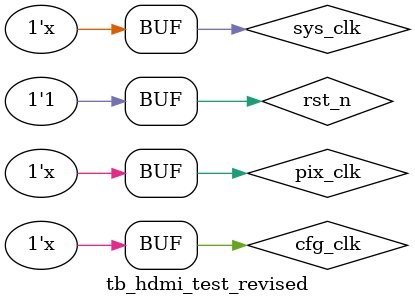
<source format=v>
`timescale 1ns / 1ps

module tb_hdmi_test_revised();
 
    wire        sys_clk              ;
    wire        rst_n                ;
    wire        cfg_clk              ;
    reg            rstn_out          ;
    reg            iic_tx_scl        ;
    reg            iic_tx_sda        ;
   
    //fft                            
    wire       [7:0] fft_point_cnt   ;
    wire       [31:0]fft_data        ;
    reg            fft_point_done    ;
    reg            data_req          ;
   
    reg            led_int           ;

   wire          pix_clk            ;      
   reg            vs_out             ;
   reg            hs_out             ;
   reg            de_out             ;
   reg     [7:0]  r_out              ;
   reg     [7:0]  g_out              ;
   reg     [7:0]  b_out              ;



//clock  
initial begin
    sys_clk = 1'b0;
    cfg_clk = 1'b0;
    pix_clk = 1'b0;
    rst_n <= 1'b0;
    #60;
    rst_n <= 1'b1;
   
end    
    
 
always #10 sys_clk = ~sys_clk;   

always #50 cfg_clk = ~cfg_clk;

always #3 pix_clk = ~pix_clk;
 
 //cnt
 reg [15:0] cnt;
always@(posedge sys_clk or negedge rst_n) begin
    if(~rst_n)
        cnt <= 9'd0;
    else
        cnt <= cnt + 1'b1;
 end
 
 
 always@(posedge sys_clk or negedge rst_n)  begin
    if(~rst_n)
        fft_data <= 32'd0 ;
    else
        fft_data <=  cnt; 
 end

 
 
 
always@(posedge sys_clk or negedge rst_n) begin
    if(~rst_n)
       data_valid <= 1'b0;
    else if(cnt == 1)
       data_valid <= 1'b1;
    else if(cnt == 256)
       data_valid <= 1'b0;
    else
       data_valid <= data_valid;   
 end
 
    
hdmi_test_revised hdmi_test_revised_inst
(
    .sys_clk        (sys_clk        )  ,
    .rst_n          (rst_n          )  ,
    .cfg_clk        (cfg_clk        )  ,
    .rstn_out       (rstn_out       )  ,
    .iic_tx_scl     (iic_tx_scl     )  ,
    .iic_tx_sda     (iic_tx_sda     )  ,
   
    .fft_point_cnt  (fft_point_cnt  )  , 
    .fft_data       (fft_data       )  , 
    .fft_point_done (fft_point_done )  , 
    .data_req       (data_req       )  , 
   
    .led_int        (led_int        )  ,

    .pix_clk        (pix_clk        )  ,                       
    .vs_out         (vs_out         )  , 
    .hs_out         (hs_out         )  , 
    .de_out         (de_out         )  ,
    .r_out          (r_out          )  , 
    .g_out          (g_out          )  , 
    .b_out          (b_out          )

);
  

endmodule


</source>
